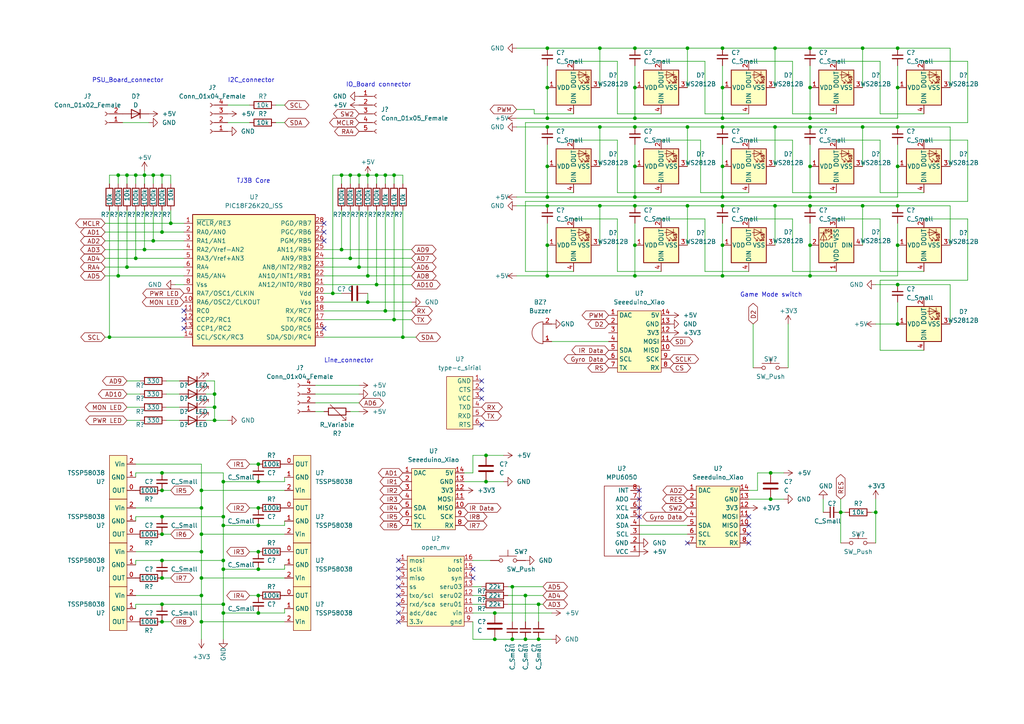
<source format=kicad_sch>
(kicad_sch (version 20211123) (generator eeschema)
  (paper "A4")
  (junction (at 260.35 25.4))
  (junction (at 260.35 93.98))
  (junction (at 184.15 25.4))
  (junction (at 148.59 170.18))
  (junction (at 62.23 118.11))
  (junction (at 58.42 172.72))
  (junction (at 260.35 13.97))
  (junction (at 209.55 80.01))
  (junction (at 158.75 59.69))
  (junction (at 64.77 165.1))
  (junction (at 143.51 185.42))
  (junction (at 58.42 180.34))
  (junction (at 106.68 87.63))
  (junction (at 114.3 92.71))
  (junction (at 184.15 71.12))
  (junction (at 74.93 165.1))
  (junction (at 260.35 71.12))
  (junction (at 46.99 137.16))
  (junction (at 39.37 50.8))
  (junction (at 148.59 185.42))
  (junction (at 234.95 48.26))
  (junction (at 74.93 160.02))
  (junction (at 184.15 13.97))
  (junction (at 224.79 13.97))
  (junction (at 158.75 57.15))
  (junction (at 158.75 48.26))
  (junction (at 74.93 134.62))
  (junction (at 111.76 90.17))
  (junction (at 158.75 36.83))
  (junction (at 44.45 50.8))
  (junction (at 234.95 57.15))
  (junction (at 39.37 74.93))
  (junction (at 234.95 71.12))
  (junction (at 184.15 57.15))
  (junction (at 260.35 82.55))
  (junction (at 234.95 34.29))
  (junction (at 31.75 97.79))
  (junction (at 184.15 36.83))
  (junction (at 64.77 162.56))
  (junction (at 152.4 172.72))
  (junction (at 224.79 59.69))
  (junction (at 58.42 160.02))
  (junction (at 184.15 48.26))
  (junction (at 34.29 80.01))
  (junction (at 36.83 50.8))
  (junction (at 99.06 50.8))
  (junction (at 173.99 59.69))
  (junction (at 109.22 50.8))
  (junction (at 111.76 50.8))
  (junction (at 184.15 80.01))
  (junction (at 234.95 36.83))
  (junction (at 209.55 36.83))
  (junction (at 209.55 57.15))
  (junction (at 74.93 147.32))
  (junction (at 114.3 50.8))
  (junction (at 234.95 25.4))
  (junction (at 224.79 36.83))
  (junction (at 46.99 142.24))
  (junction (at 64.77 139.7))
  (junction (at 44.45 69.85))
  (junction (at 250.19 59.69))
  (junction (at 173.99 13.97))
  (junction (at 99.06 72.39))
  (junction (at 158.75 34.29))
  (junction (at 184.15 34.29))
  (junction (at 260.35 59.69))
  (junction (at 209.55 13.97))
  (junction (at 199.39 36.83))
  (junction (at 156.21 185.42))
  (junction (at 46.99 167.64))
  (junction (at 209.55 34.29))
  (junction (at 140.97 139.7))
  (junction (at 64.77 177.8))
  (junction (at 96.52 85.09))
  (junction (at 209.55 48.26))
  (junction (at 64.77 175.26))
  (junction (at 74.93 139.7))
  (junction (at 101.6 74.93))
  (junction (at 46.99 149.86))
  (junction (at 58.42 142.24))
  (junction (at 209.55 25.4))
  (junction (at 74.93 172.72))
  (junction (at 234.95 80.01))
  (junction (at 223.52 137.16))
  (junction (at 46.99 180.34))
  (junction (at 156.21 175.26))
  (junction (at 64.77 149.86))
  (junction (at 46.99 50.8))
  (junction (at 158.75 13.97))
  (junction (at 41.91 50.8))
  (junction (at 106.68 80.01))
  (junction (at 199.39 13.97))
  (junction (at 62.23 114.3))
  (junction (at 250.19 13.97))
  (junction (at 254 148.59))
  (junction (at 46.99 154.94))
  (junction (at 209.55 59.69))
  (junction (at 234.95 13.97))
  (junction (at 173.99 36.83))
  (junction (at 116.84 97.79))
  (junction (at 46.99 162.56))
  (junction (at 243.84 148.59))
  (junction (at 58.42 147.32))
  (junction (at 158.75 80.01))
  (junction (at 36.83 77.47))
  (junction (at 74.93 152.4))
  (junction (at 209.55 71.12))
  (junction (at 104.14 50.8))
  (junction (at 62.23 121.92))
  (junction (at 143.51 177.8))
  (junction (at 223.52 144.78))
  (junction (at 106.68 50.8))
  (junction (at 34.29 50.8))
  (junction (at 158.75 25.4))
  (junction (at 46.99 175.26))
  (junction (at 49.53 64.77))
  (junction (at 260.35 48.26))
  (junction (at 46.99 67.31))
  (junction (at 250.19 36.83))
  (junction (at 199.39 59.69))
  (junction (at 104.14 77.47))
  (junction (at 158.75 71.12))
  (junction (at 234.95 59.69))
  (junction (at 109.22 82.55))
  (junction (at 260.35 36.83))
  (junction (at 152.4 185.42))
  (junction (at 58.42 154.94))
  (junction (at 41.91 72.39))
  (junction (at 64.77 152.4))
  (junction (at 184.15 59.69))
  (junction (at 58.42 167.64))
  (junction (at 74.93 177.8))
  (junction (at 101.6 50.8))
  (junction (at 140.97 132.08))
  (no_connect (at 115.57 177.8))
  (no_connect (at 115.57 172.72))
  (no_connect (at 53.34 90.17))
  (no_connect (at 93.98 67.31))
  (no_connect (at 199.39 157.48))
  (no_connect (at 115.57 180.34))
  (no_connect (at 217.17 154.94))
  (no_connect (at 115.57 162.56))
  (no_connect (at 115.57 167.64))
  (no_connect (at 93.98 64.77))
  (no_connect (at 185.42 147.32))
  (no_connect (at 217.17 157.48))
  (no_connect (at 185.42 142.24))
  (no_connect (at 139.7 123.19))
  (no_connect (at 137.16 167.64))
  (no_connect (at 217.17 152.4))
  (no_connect (at 53.34 95.25))
  (no_connect (at 139.7 115.57))
  (no_connect (at 139.7 110.49))
  (no_connect (at 115.57 165.1))
  (no_connect (at 93.98 69.85))
  (no_connect (at 185.42 144.78))
  (no_connect (at 115.57 175.26))
  (no_connect (at 139.7 113.03))
  (no_connect (at 115.57 170.18))
  (no_connect (at 137.16 165.1))
  (no_connect (at 53.34 92.71))
  (no_connect (at 185.42 149.86))
  (no_connect (at 217.17 149.86))
  (no_connect (at 93.98 95.25))
  (wire (pts (xy 224.79 13.97) (xy 234.95 13.97)))
  (wire (pts (xy 224.79 36.83) (xy 234.95 36.83)))
  (wire (pts (xy 41.91 49.53) (xy 41.91 50.8)))
  (wire (pts (xy 93.98 90.17) (xy 111.76 90.17)))
  (wire (pts (xy 252.73 148.59) (xy 254 148.59)))
  (wire (pts (xy 101.6 74.93) (xy 119.38 74.93)))
  (wire (pts (xy 209.55 57.15) (xy 234.95 57.15)))
  (wire (pts (xy 184.15 59.69) (xy 199.39 59.69)))
  (wire (pts (xy 250.19 59.69) (xy 250.19 71.12)))
  (wire (pts (xy 74.93 165.1) (xy 82.55 165.1)))
  (wire (pts (xy 234.95 64.77) (xy 234.95 71.12)))
  (wire (pts (xy 184.15 36.83) (xy 199.39 36.83)))
  (wire (pts (xy 116.84 97.79) (xy 120.65 97.79)))
  (wire (pts (xy 245.11 148.59) (xy 243.84 148.59)))
  (wire (pts (xy 158.75 48.26) (xy 158.75 57.15)))
  (wire (pts (xy 58.42 167.64) (xy 82.55 167.64)))
  (wire (pts (xy 139.7 170.18) (xy 137.16 170.18)))
  (wire (pts (xy 137.16 137.16) (xy 137.16 132.08)))
  (wire (pts (xy 223.52 137.16) (xy 227.33 137.16)))
  (wire (pts (xy 106.68 87.63) (xy 119.38 87.63)))
  (wire (pts (xy 49.53 180.34) (xy 46.99 180.34)))
  (wire (pts (xy 156.21 175.26) (xy 157.48 175.26)))
  (wire (pts (xy 111.76 60.96) (xy 111.76 90.17)))
  (wire (pts (xy 99.06 72.39) (xy 93.98 72.39)))
  (wire (pts (xy 114.3 50.8) (xy 116.84 50.8)))
  (wire (pts (xy 280.67 35.56) (xy 152.4 35.56)))
  (wire (pts (xy 64.77 149.86) (xy 64.77 152.4)))
  (wire (pts (xy 64.77 177.8) (xy 74.93 177.8)))
  (wire (pts (xy 234.95 59.69) (xy 250.19 59.69)))
  (wire (pts (xy 223.52 144.78) (xy 217.17 144.78)))
  (wire (pts (xy 255.27 81.28) (xy 255.27 101.6)))
  (wire (pts (xy 179.07 78.74) (xy 191.77 78.74)))
  (wire (pts (xy 219.71 142.24) (xy 219.71 137.16)))
  (wire (pts (xy 148.59 185.42) (xy 143.51 185.42)))
  (wire (pts (xy 275.59 59.69) (xy 275.59 71.12)))
  (wire (pts (xy 224.79 59.69) (xy 234.95 59.69)))
  (wire (pts (xy 80.01 30.48) (xy 82.55 30.48)))
  (wire (pts (xy 46.99 67.31) (xy 53.34 67.31)))
  (wire (pts (xy 152.4 172.72) (xy 157.48 172.72)))
  (wire (pts (xy 280.67 63.5) (xy 280.67 81.28)))
  (wire (pts (xy 229.87 40.64) (xy 229.87 55.88)))
  (wire (pts (xy 74.93 139.7) (xy 82.55 139.7)))
  (wire (pts (xy 267.97 40.64) (xy 280.67 40.64)))
  (wire (pts (xy 158.75 80.01) (xy 184.15 80.01)))
  (wire (pts (xy 139.7 172.72) (xy 137.16 172.72)))
  (wire (pts (xy 106.68 85.09) (xy 106.68 87.63)))
  (wire (pts (xy 173.99 59.69) (xy 184.15 59.69)))
  (wire (pts (xy 36.83 118.11) (xy 40.64 118.11)))
  (wire (pts (xy 62.23 110.49) (xy 59.69 110.49)))
  (wire (pts (xy 41.91 53.34) (xy 41.91 50.8)))
  (wire (pts (xy 41.91 50.8) (xy 44.45 50.8)))
  (wire (pts (xy 267.97 63.5) (xy 280.67 63.5)))
  (wire (pts (xy 280.67 58.42) (xy 152.4 58.42)))
  (wire (pts (xy 242.57 63.5) (xy 255.27 63.5)))
  (wire (pts (xy 44.45 50.8) (xy 44.45 53.34)))
  (wire (pts (xy 111.76 50.8) (xy 109.22 50.8)))
  (wire (pts (xy 204.47 17.78) (xy 204.47 33.02)))
  (wire (pts (xy 229.87 78.74) (xy 242.57 78.74)))
  (wire (pts (xy 44.45 69.85) (xy 53.34 69.85)))
  (wire (pts (xy 255.27 63.5) (xy 255.27 78.74)))
  (wire (pts (xy 242.57 17.78) (xy 255.27 17.78)))
  (wire (pts (xy 166.37 17.78) (xy 179.07 17.78)))
  (wire (pts (xy 99.06 50.8) (xy 101.6 50.8)))
  (wire (pts (xy 234.95 71.12) (xy 234.95 80.01)))
  (wire (pts (xy 191.77 63.5) (xy 204.47 63.5)))
  (wire (pts (xy 217.17 40.64) (xy 229.87 40.64)))
  (wire (pts (xy 114.3 92.71) (xy 119.38 92.71)))
  (wire (pts (xy 158.75 19.05) (xy 158.75 25.4)))
  (wire (pts (xy 30.48 97.79) (xy 31.75 97.79)))
  (wire (pts (xy 260.35 80.01) (xy 260.35 71.12)))
  (wire (pts (xy 49.53 154.94) (xy 46.99 154.94)))
  (wire (pts (xy 59.69 114.3) (xy 62.23 114.3)))
  (wire (pts (xy 260.35 59.69) (xy 275.59 59.69)))
  (wire (pts (xy 209.55 36.83) (xy 224.79 36.83)))
  (wire (pts (xy 49.53 142.24) (xy 46.99 142.24)))
  (wire (pts (xy 64.77 177.8) (xy 64.77 185.42)))
  (wire (pts (xy 255.27 17.78) (xy 255.27 33.02)))
  (wire (pts (xy 34.29 53.34) (xy 34.29 50.8)))
  (wire (pts (xy 30.48 67.31) (xy 46.99 67.31)))
  (wire (pts (xy 72.39 172.72) (xy 74.93 172.72)))
  (wire (pts (xy 148.59 170.18) (xy 148.59 180.34)))
  (wire (pts (xy 93.98 77.47) (xy 104.14 77.47)))
  (wire (pts (xy 50.8 82.55) (xy 53.34 82.55)))
  (wire (pts (xy 99.06 60.96) (xy 99.06 72.39)))
  (wire (pts (xy 250.19 13.97) (xy 250.19 25.4)))
  (wire (pts (xy 41.91 72.39) (xy 53.34 72.39)))
  (wire (pts (xy 156.21 185.42) (xy 152.4 185.42)))
  (wire (pts (xy 36.83 77.47) (xy 53.34 77.47)))
  (wire (pts (xy 184.15 25.4) (xy 184.15 34.29)))
  (wire (pts (xy 179.07 63.5) (xy 179.07 78.74)))
  (wire (pts (xy 227.33 144.78) (xy 223.52 144.78)))
  (wire (pts (xy 224.79 36.83) (xy 224.79 48.26)))
  (wire (pts (xy 184.15 13.97) (xy 199.39 13.97)))
  (wire (pts (xy 173.99 13.97) (xy 184.15 13.97)))
  (wire (pts (xy 64.77 162.56) (xy 64.77 165.1)))
  (wire (pts (xy 229.87 33.02) (xy 242.57 33.02)))
  (wire (pts (xy 58.42 167.64) (xy 58.42 172.72)))
  (wire (pts (xy 234.95 48.26) (xy 234.95 57.15)))
  (wire (pts (xy 134.62 137.16) (xy 137.16 137.16)))
  (wire (pts (xy 152.4 55.88) (xy 166.37 55.88)))
  (wire (pts (xy 101.6 60.96) (xy 101.6 74.93)))
  (wire (pts (xy 49.53 60.96) (xy 49.53 64.77)))
  (wire (pts (xy 149.86 31.75) (xy 154.94 31.75)))
  (wire (pts (xy 242.57 40.64) (xy 255.27 40.64)))
  (wire (pts (xy 255.27 55.88) (xy 267.97 55.88)))
  (wire (pts (xy 158.75 64.77) (xy 158.75 71.12)))
  (wire (pts (xy 30.48 72.39) (xy 41.91 72.39)))
  (wire (pts (xy 255.27 78.74) (xy 267.97 78.74)))
  (wire (pts (xy 254 93.98) (xy 260.35 93.98)))
  (wire (pts (xy 64.77 175.26) (xy 64.77 177.8)))
  (wire (pts (xy 64.77 165.1) (xy 74.93 165.1)))
  (wire (pts (xy 109.22 60.96) (xy 109.22 82.55)))
  (wire (pts (xy 39.37 163.83) (xy 39.37 162.56)))
  (wire (pts (xy 39.37 160.02) (xy 58.42 160.02)))
  (wire (pts (xy 99.06 72.39) (xy 119.38 72.39)))
  (wire (pts (xy 58.42 180.34) (xy 58.42 185.42)))
  (wire (pts (xy 199.39 59.69) (xy 209.55 59.69)))
  (wire (pts (xy 30.48 64.77) (xy 49.53 64.77)))
  (wire (pts (xy 48.26 121.92) (xy 52.07 121.92)))
  (wire (pts (xy 184.15 64.77) (xy 184.15 71.12)))
  (wire (pts (xy 34.29 60.96) (xy 34.29 80.01)))
  (wire (pts (xy 166.37 63.5) (xy 179.07 63.5)))
  (wire (pts (xy 72.39 147.32) (xy 74.93 147.32)))
  (wire (pts (xy 238.76 144.78) (xy 238.76 148.59)))
  (wire (pts (xy 96.52 50.8) (xy 99.06 50.8)))
  (wire (pts (xy 91.44 116.84) (xy 104.14 116.84)))
  (wire (pts (xy 36.83 121.92) (xy 40.64 121.92)))
  (wire (pts (xy 179.07 33.02) (xy 191.77 33.02)))
  (wire (pts (xy 30.48 69.85) (xy 44.45 69.85)))
  (wire (pts (xy 64.77 137.16) (xy 64.77 139.7)))
  (wire (pts (xy 39.37 60.96) (xy 39.37 74.93)))
  (wire (pts (xy 39.37 149.86) (xy 46.99 149.86)))
  (wire (pts (xy 93.98 87.63) (xy 106.68 87.63)))
  (wire (pts (xy 36.83 60.96) (xy 36.83 77.47)))
  (wire (pts (xy 31.75 50.8) (xy 34.29 50.8)))
  (wire (pts (xy 280.67 40.64) (xy 280.67 58.42)))
  (wire (pts (xy 137.16 132.08) (xy 140.97 132.08)))
  (wire (pts (xy 255.27 40.64) (xy 255.27 55.88)))
  (wire (pts (xy 39.37 172.72) (xy 58.42 172.72)))
  (wire (pts (xy 96.52 85.09) (xy 96.52 50.8)))
  (wire (pts (xy 147.32 175.26) (xy 156.21 175.26)))
  (wire (pts (xy 46.99 137.16) (xy 39.37 137.16)))
  (wire (pts (xy 184.15 57.15) (xy 209.55 57.15)))
  (wire (pts (xy 243.84 144.78) (xy 243.84 148.59)))
  (wire (pts (xy 173.99 59.69) (xy 173.99 71.12)))
  (wire (pts (xy 260.35 57.15) (xy 260.35 48.26)))
  (wire (pts (xy 267.97 17.78) (xy 280.67 17.78)))
  (wire (pts (xy 58.42 160.02) (xy 58.42 167.64)))
  (wire (pts (xy 106.68 60.96) (xy 106.68 80.01)))
  (wire (pts (xy 179.07 40.64) (xy 179.07 55.88)))
  (wire (pts (xy 218.44 93.98) (xy 218.44 106.68)))
  (wire (pts (xy 58.42 180.34) (xy 82.55 180.34)))
  (wire (pts (xy 139.7 175.26) (xy 137.16 175.26)))
  (wire (pts (xy 59.69 118.11) (xy 62.23 118.11)))
  (wire (pts (xy 104.14 50.8) (xy 106.68 50.8)))
  (wire (pts (xy 158.75 59.69) (xy 173.99 59.69)))
  (wire (pts (xy 228.6 93.98) (xy 228.6 106.68)))
  (wire (pts (xy 209.55 59.69) (xy 224.79 59.69)))
  (wire (pts (xy 46.99 60.96) (xy 46.99 67.31)))
  (wire (pts (xy 93.98 92.71) (xy 114.3 92.71)))
  (wire (pts (xy 82.55 151.13) (xy 82.55 152.4)))
  (wire (pts (xy 209.55 64.77) (xy 209.55 71.12)))
  (wire (pts (xy 254 144.78) (xy 254 148.59)))
  (wire (pts (xy 46.99 137.16) (xy 64.77 137.16)))
  (wire (pts (xy 93.98 80.01) (xy 106.68 80.01)))
  (wire (pts (xy 91.44 114.3) (xy 104.14 114.3)))
  (wire (pts (xy 199.39 13.97) (xy 209.55 13.97)))
  (wire (pts (xy 41.91 60.96) (xy 41.91 72.39)))
  (wire (pts (xy 111.76 90.17) (xy 119.38 90.17)))
  (wire (pts (xy 66.04 121.92) (xy 62.23 121.92)))
  (wire (pts (xy 224.79 59.69) (xy 224.79 71.12)))
  (wire (pts (xy 31.75 97.79) (xy 53.34 97.79)))
  (wire (pts (xy 64.77 152.4) (xy 64.77 162.56)))
  (wire (pts (xy 58.42 134.62) (xy 58.42 142.24)))
  (wire (pts (xy 229.87 55.88) (xy 242.57 55.88)))
  (wire (pts (xy 149.86 36.83) (xy 158.75 36.83)))
  (wire (pts (xy 152.4 172.72) (xy 152.4 180.34)))
  (wire (pts (xy 158.75 25.4) (xy 158.75 34.29)))
  (wire (pts (xy 254 82.55) (xy 260.35 82.55)))
  (wire (pts (xy 260.35 36.83) (xy 275.59 36.83)))
  (wire (pts (xy 173.99 36.83) (xy 173.99 48.26)))
  (wire (pts (xy 140.97 139.7) (xy 146.05 139.7)))
  (wire (pts (xy 44.45 50.8) (xy 46.99 50.8)))
  (wire (pts (xy 39.37 74.93) (xy 53.34 74.93)))
  (wire (pts (xy 219.71 137.16) (xy 223.52 137.16)))
  (wire (pts (xy 30.48 74.93) (xy 39.37 74.93)))
  (wire (pts (xy 101.6 50.8) (xy 101.6 53.34)))
  (wire (pts (xy 36.83 110.49) (xy 40.64 110.49)))
  (wire (pts (xy 152.4 185.42) (xy 148.59 185.42)))
  (wire (pts (xy 156.21 175.26) (xy 156.21 180.34)))
  (wire (pts (xy 39.37 176.53) (xy 39.37 175.26)))
  (wire (pts (xy 199.39 36.83) (xy 199.39 48.26)))
  (wire (pts (xy 184.15 34.29) (xy 209.55 34.29)))
  (wire (pts (xy 46.99 50.8) (xy 49.53 50.8)))
  (wire (pts (xy 39.37 151.13) (xy 39.37 149.86)))
  (wire (pts (xy 34.29 80.01) (xy 53.34 80.01)))
  (wire (pts (xy 275.59 82.55) (xy 275.59 93.98)))
  (wire (pts (xy 154.94 33.02) (xy 166.37 33.02)))
  (wire (pts (xy 184.15 48.26) (xy 184.15 57.15)))
  (wire (pts (xy 137.16 185.42) (xy 143.51 185.42)))
  (wire (pts (xy 160.02 177.8) (xy 143.51 177.8)))
  (wire (pts (xy 154.94 31.75) (xy 154.94 33.02)))
  (wire (pts (xy 149.86 59.69) (xy 158.75 59.69)))
  (wire (pts (xy 39.37 162.56) (xy 46.99 162.56)))
  (wire (pts (xy 229.87 17.78) (xy 229.87 33.02)))
  (wire (pts (xy 36.83 50.8) (xy 36.83 53.34)))
  (wire (pts (xy 72.39 134.62) (xy 74.93 134.62)))
  (wire (pts (xy 254 148.59) (xy 254 157.48)))
  (wire (pts (xy 275.59 36.83) (xy 275.59 48.26)))
  (wire (pts (xy 58.42 142.24) (xy 82.55 142.24)))
  (wire (pts (xy 109.22 50.8) (xy 109.22 53.34)))
  (wire (pts (xy 234.95 25.4) (xy 234.95 34.29)))
  (wire (pts (xy 64.77 139.7) (xy 64.77 149.86)))
  (wire (pts (xy 280.67 17.78) (xy 280.67 35.56)))
  (wire (pts (xy 158.75 34.29) (xy 184.15 34.29)))
  (wire (pts (xy 179.07 55.88) (xy 191.77 55.88)))
  (wire (pts (xy 152.4 35.56) (xy 152.4 55.88)))
  (wire (pts (xy 36.83 114.3) (xy 40.64 114.3)))
  (wire (pts (xy 114.3 60.96) (xy 114.3 92.71)))
  (wire (pts (xy 74.93 152.4) (xy 82.55 152.4)))
  (wire (pts (xy 106.68 50.8) (xy 106.68 53.34)))
  (wire (pts (xy 260.35 64.77) (xy 260.35 71.12)))
  (wire (pts (xy 158.75 13.97) (xy 173.99 13.97)))
  (wire (pts (xy 148.59 170.18) (xy 147.32 170.18)))
  (wire (pts (xy 234.95 80.01) (xy 260.35 80.01)))
  (wire (pts (xy 191.77 40.64) (xy 203.2 40.64)))
  (wire (pts (xy 62.23 114.3) (xy 62.23 110.49)))
  (wire (pts (xy 179.07 17.78) (xy 179.07 33.02)))
  (wire (pts (xy 243.84 148.59) (xy 243.84 157.48)))
  (wire (pts (xy 104.14 50.8) (xy 104.14 53.34)))
  (wire (pts (xy 49.53 50.8) (xy 49.53 53.34)))
  (wire (pts (xy 255.27 33.02) (xy 267.97 33.02)))
  (wire (pts (xy 260.35 41.91) (xy 260.35 48.26)))
  (wire (pts (xy 166.37 40.64) (xy 179.07 40.64)))
  (wire (pts (xy 39.37 175.26) (xy 46.99 175.26)))
  (wire (pts (xy 64.77 139.7) (xy 74.93 139.7)))
  (wire (pts (xy 142.24 162.56) (xy 137.16 162.56)))
  (wire (pts (xy 30.48 80.01) (xy 34.29 80.01)))
  (wire (pts (xy 275.59 13.97) (xy 260.35 13.97)))
  (wire (pts (xy 260.35 87.63) (xy 260.35 93.98)))
  (wire (pts (xy 46.99 175.26) (xy 64.77 175.26)))
  (wire (pts (xy 48.26 118.11) (xy 52.07 118.11)))
  (wire (pts (xy 234.95 41.91) (xy 234.95 48.26)))
  (wire (pts (xy 93.98 74.93) (xy 101.6 74.93)))
  (wire (pts (xy 116.84 50.8) (xy 116.84 53.34)))
  (wire (pts (xy 160.02 99.06) (xy 176.53 99.06)))
  (wire (pts (xy 82.55 177.8) (xy 74.93 177.8)))
  (wire (pts (xy 173.99 13.97) (xy 173.99 25.4)))
  (wire (pts (xy 250.19 36.83) (xy 250.19 48.26)))
  (wire (pts (xy 250.19 59.69) (xy 260.35 59.69)))
  (wire (pts (xy 250.19 36.83) (xy 260.35 36.83)))
  (wire (pts (xy 250.19 13.97) (xy 260.35 13.97)))
  (wire (pts (xy 209.55 19.05) (xy 209.55 25.4)))
  (wire (pts (xy 72.39 160.02) (xy 74.93 160.02)))
  (wire (pts (xy 203.2 55.88) (xy 217.17 55.88)))
  (wire (pts (xy 66.04 35.56) (xy 72.39 35.56)))
  (wire (pts (xy 58.42 142.24) (xy 58.42 147.32)))
  (wire (pts (xy 46.99 149.86) (xy 64.77 149.86)))
  (wire (pts (xy 158.75 71.12) (xy 158.75 80.01)))
  (wire (pts (xy 137.16 177.8) (xy 143.51 177.8)))
  (wire (pts (xy 199.39 59.69) (xy 199.39 71.12)))
  (wire (pts (xy 209.55 80.01) (xy 234.95 80.01)))
  (wire (pts (xy 111.76 50.8) (xy 114.3 50.8)))
  (wire (pts (xy 93.98 85.09) (xy 96.52 85.09)))
  (wire (pts (xy 204.47 63.5) (xy 204.47 78.74)))
  (wire (pts (xy 93.98 97.79) (xy 116.84 97.79)))
  (wire (pts (xy 91.44 119.38) (xy 93.98 119.38)))
  (wire (pts (xy 185.42 154.94) (xy 199.39 154.94)))
  (wire (pts (xy 62.23 118.11) (xy 62.23 114.3)))
  (wire (pts (xy 66.04 30.48) (xy 72.39 30.48)))
  (wire (pts (xy 184.15 41.91) (xy 184.15 48.26)))
  (wire (pts (xy 157.48 170.18) (xy 148.59 170.18)))
  (wire (pts (xy 48.26 110.49) (xy 52.07 110.49)))
  (wire (pts (xy 158.75 36.83) (xy 173.99 36.83)))
  (wire (pts (xy 209.55 41.91) (xy 209.55 48.26)))
  (wire (pts (xy 44.45 60.96) (xy 44.45 69.85)))
  (wire (pts (xy 147.32 172.72) (xy 152.4 172.72)))
  (wire (pts (xy 39.37 50.8) (xy 39.37 53.34)))
  (wire (pts (xy 185.42 152.4) (xy 199.39 152.4)))
  (wire (pts (xy 39.37 134.62) (xy 58.42 134.62)))
  (wire (pts (xy 255.27 101.6) (xy 267.97 101.6)))
  (wire (pts (xy 30.48 77.47) (xy 36.83 77.47)))
  (wire (pts (xy 31.75 60.96) (xy 31.75 97.79)))
  (wire (pts (xy 34.29 50.8) (xy 36.83 50.8)))
  (wire (pts (xy 36.83 50.8) (xy 39.37 50.8)))
  (wire (pts (xy 99.06 53.34) (xy 99.06 50.8)))
  (wire (pts (xy 204.47 33.02) (xy 217.17 33.02)))
  (wire (pts (xy 104.14 77.47) (xy 119.38 77.47)))
  (wire (pts (xy 96.52 85.09) (xy 99.06 85.09)))
  (wire (pts (xy 140.97 132.08) (xy 146.05 132.08)))
  (wire (pts (xy 106.68 50.8) (xy 109.22 50.8)))
  (wire (pts (xy 80.01 35.56) (xy 82.55 35.56)))
  (wire (pts (xy 62.23 121.92) (xy 62.23 118.11)))
  (wire (pts (xy 64.77 152.4) (xy 74.93 152.4)))
  (wire (pts (xy 31.75 53.34) (xy 31.75 50.8)))
  (wire (pts (xy 260.35 34.29) (xy 260.35 25.4)))
  (wire (pts (xy 152.4 58.42) (xy 152.4 78.74)))
  (wire (pts (xy 158.75 41.91) (xy 158.75 48.26)))
  (wire (pts (xy 184.15 80.01) (xy 209.55 80.01)))
  (wire (pts (xy 82.55 176.53) (xy 82.55 177.8)))
  (wire (pts (xy 46.99 50.8) (xy 46.99 53.34)))
  (wire (pts (xy 111.76 53.34) (xy 111.76 50.8)))
  (wire (pts (xy 58.42 154.94) (xy 58.42 160.02)))
  (wire (pts (xy 101.6 119.38) (xy 104.14 119.38)))
  (wire (pts (xy 104.14 60.96) (xy 104.14 77.47)))
  (wire (pts (xy 49.53 64.77) (xy 53.34 64.77)))
  (wire (pts (xy 260.35 19.05) (xy 260.35 25.4)))
  (wire (pts (xy 209.55 71.12) (xy 209.55 80.01)))
  (wire (pts (xy 209.55 25.4) (xy 209.55 34.29)))
  (wire (pts (xy 199.39 36.83) (xy 209.55 36.83)))
  (wire (pts (xy 82.55 165.1) (xy 82.55 163.83)))
  (wire (pts (xy 234.95 34.29) (xy 260.35 34.29)))
  (wire (pts (xy 160.02 185.42) (xy 156.21 185.42)))
  (wire (pts (xy 59.69 121.92) (xy 62.23 121.92)))
  (wire (pts (xy 116.84 60.96) (xy 116.84 97.79)))
  (wire (pts (xy 280.67 81.28) (xy 255.27 81.28)))
  (wire (pts (xy 209.55 13.97) (xy 224.79 13.97)))
  (wire (pts (xy 149.86 57.15) (xy 158.75 57.15)))
  (wire (pts (xy 204.47 78.74) (xy 217.17 78.74)))
  (wire (pts (xy 275.59 25.4) (xy 275.59 13.97)))
  (wire (pts (xy 217.17 63.5) (xy 229.87 63.5)))
  (wire (pts (xy 217.17 17.78) (xy 229.87 17.78)))
  (wire (pts (xy 39.37 137.16) (xy 39.37 138.43)))
  (wire (pts (xy 217.17 142.24) (xy 219.71 142.24)))
  (wire (pts (xy 82.55 139.7) (xy 82.55 138.43)))
  (wire (pts (xy 234.95 36.83) (xy 250.19 36.83)))
  (wire (pts (xy 234.95 19.05) (xy 234.95 25.4)))
  (wire (pts (xy 224.79 13.97) (xy 224.79 25.4)))
  (wire (pts (xy 149.86 34.29) (xy 158.75 34.29)))
  (wire (pts (xy 191.77 17.78) (xy 204.47 17.78)))
  (wire (pts (xy 109.22 82.55) (xy 119.38 82.55)))
  (wire (pts (xy 234.95 57.15) (xy 260.35 57.15)))
  (wire (pts (xy 152.4 78.74) (xy 166.37 78.74)))
  (wire (pts (xy 39.37 50.8) (xy 41.91 50.8)))
  (wire (pts (xy 184.15 71.12) (xy 184.15 80.01)))
  (wire (pts (xy 64.77 165.1) (xy 64.77 175.26)))
  (wire (pts (xy 101.6 50.8) (xy 104.14 50.8)))
  (wire (pts (xy 93.98 82.55) (xy 109.22 82.55)))
  (wire (pts (xy 91.44 111.76) (xy 104.14 111.76)))
  (wire (pts (xy 58.42 154.94) (xy 82.55 154.94)))
  (wire (pts (xy 39.37 147.32) (xy 58.42 147.32)))
  (wire (pts (xy 203.2 40.64) (xy 203.2 55.88)))
  (wire (pts (xy 35.56 35.56) (xy 43.18 35.56)))
  (wire (pts (xy 173.99 36.83) (xy 184.15 36.83)))
  (wire (pts (xy 58.42 147.32) (xy 58.42 154.94)))
  (wire (pts (xy 199.39 13.97) (xy 199.39 25.4)))
  (wire (pts (xy 114.3 50.8) (xy 114.3 53.34)))
  (wire (pts (xy 48.26 114.3) (xy 52.07 114.3)))
  (wire (pts (xy 149.86 13.97) (xy 158.75 13.97)))
  (wire (pts (xy 49.53 167.64) (xy 46.99 167.64)))
  (wire (pts (xy 229.87 63.5) (xy 229.87 78.74)))
  (wire (pts (xy 134.62 139.7) (xy 140.97 139.7)))
  (wire (pts (xy 46.99 162.56) (xy 64.77 162.56)))
  (wire (pts (xy 149.86 80.01) (xy 158.75 80.01)))
  (wire (pts (xy 106.68 80.01) (xy 119.38 80.01)))
  (wire (pts (xy 234.95 13.97) (xy 250.19 13.97)))
  (wire (pts (xy 158.75 57.15) (xy 184.15 57.15)))
  (wire (pts (xy 260.35 82.55) (xy 275.59 82.55)))
  (wire (pts (xy 58.42 172.72) (xy 58.42 180.34)))
  (wire (pts (xy 184.15 19.05) (xy 184.15 25.4)))
  (wire (pts (xy 137.16 180.34) (xy 137.16 185.42)))
  (wire (pts (xy 209.55 48.26) (xy 209.55 57.15)))
  (wire (pts (xy 209.55 34.29) (xy 234.95 34.29)))
  (text "Line_connector" (at 93.98 105.41 0) (effects (font (size 1.27 1.27)) (justify left bottom)))
  (text "IO_Board connector" (at 100.33 25.4 0) (effects (font (size 1.27 1.27)) (justify left bottom)))
  (text "TJ3B Core" (at 68.58 53.34 0) (effects (font (size 1.27 1.27)) (justify left bottom)))
  (text "I2C_connector" (at 66.04 24.13 0) (effects (font (size 1.27 1.27)) (justify left bottom)))
  (text "Game Mode switch" (at 214.63 86.36 0) (effects (font (size 1.27 1.27)) (justify left bottom)))
  (text "PSU_Board_connector" (at 26.67 24.13 0) (effects (font (size 1.27 1.27)) (justify left bottom)))
  (global_label "AD1" (shape bidirectional) (at 116.84 137.16 180) (property "Intersheet References" "${INTERSHEET_REFS}" (effects hide)))
  (global_label "PWM" (shape bidirectional) (at 149.86 31.75 180) (property "Intersheet References" "${INTERSHEET_REFS}" (effects hide)))
  (global_label "MON LED" (shape bidirectional) (at 36.83 118.11 180) (property "Intersheet References" "${INTERSHEET_REFS}" (effects hide)))
  (global_label "SDI" (shape bidirectional) (at 194.31 99.06 0) (property "Intersheet References" "${INTERSHEET_REFS}" (effects hide)))
  (global_label "SW2" (shape bidirectional) (at 104.14 33.02 180) (property "Intersheet References" "${INTERSHEET_REFS}" (effects hide)))
  (global_label "AD4" (shape bidirectional) (at 157.48 172.72 0) (property "Intersheet References" "${INTERSHEET_REFS}" (effects hide)))
  (global_label "AD5" (shape bidirectional) (at 157.48 170.18 0) (property "Intersheet References" "${INTERSHEET_REFS}" (effects hide)))
  (global_label "SDA" (shape bidirectional) (at 82.55 35.56 0) (property "Intersheet References" "${INTERSHEET_REFS}" (effects hide)))
  (global_label "RX" (shape bidirectional) (at 139.7 118.11 0) (property "Intersheet References" "${INTERSHEET_REFS}" (effects hide)))
  (global_label "IR Data" (shape bidirectional) (at 134.62 147.32 0) (property "Intersheet References" "${INTERSHEET_REFS}" (effects hide)))
  (global_label "CS" (shape bidirectional) (at 194.31 106.68 0) (property "Intersheet References" "${INTERSHEET_REFS}" (effects hide)))
  (global_label "IR2" (shape bidirectional) (at 72.39 147.32 180) (property "Intersheet References" "${INTERSHEET_REFS}" (effects hide)))
  (global_label "IR6" (shape bidirectional) (at 116.84 152.4 180) (property "Intersheet References" "${INTERSHEET_REFS}" (effects hide)))
  (global_label "AD9" (shape bidirectional) (at 119.38 72.39 0) (property "Intersheet References" "${INTERSHEET_REFS}" (effects hide)))
  (global_label "AD2" (shape bidirectional) (at 30.48 69.85 180) (property "Intersheet References" "${INTERSHEET_REFS}" (effects hide)))
  (global_label "RA4" (shape bidirectional) (at 104.14 38.1 180) (property "Intersheet References" "${INTERSHEET_REFS}" (effects hide)))
  (global_label "IR Data" (shape bidirectional) (at 176.53 101.6 180) (property "Intersheet References" "${INTERSHEET_REFS}" (effects hide)))
  (global_label "D2" (shape bidirectional) (at 176.53 93.98 180) (property "Intersheet References" "${INTERSHEET_REFS}" (effects hide)))
  (global_label "SCL" (shape bidirectional) (at 82.55 30.48 0) (property "Intersheet References" "${INTERSHEET_REFS}" (effects hide)))
  (global_label "SDA" (shape bidirectional) (at 120.65 97.79 0) (property "Intersheet References" "${INTERSHEET_REFS}" (effects hide)))
  (global_label "AD10" (shape bidirectional) (at 36.83 114.3 180) (property "Intersheet References" "${INTERSHEET_REFS}" (effects hide)))
  (global_label "IR3" (shape bidirectional) (at 116.84 144.78 180) (property "Intersheet References" "${INTERSHEET_REFS}" (effects hide)))
  (global_label "PWR LED" (shape bidirectional) (at 53.34 85.09 180) (property "Intersheet References" "${INTERSHEET_REFS}" (effects hide)))
  (global_label "SCL" (shape bidirectional) (at 30.48 97.79 180) (property "Intersheet References" "${INTERSHEET_REFS}" (effects hide)))
  (global_label "AD1" (shape bidirectional) (at 30.48 67.31 180) (property "Intersheet References" "${INTERSHEET_REFS}" (effects hide)))
  (global_label "AD4" (shape bidirectional) (at 30.48 74.93 180) (property "Intersheet References" "${INTERSHEET_REFS}" (effects hide)))
  (global_label "AD9" (shape bidirectional) (at 36.83 110.49 180) (property "Intersheet References" "${INTERSHEET_REFS}" (effects hide)))
  (global_label "MCLR" (shape bidirectional) (at 30.48 64.77 180) (property "Intersheet References" "${INTERSHEET_REFS}" (effects hide)))
  (global_label "IR8" (shape bidirectional) (at 49.53 180.34 0) (property "Intersheet References" "${INTERSHEET_REFS}" (effects hide)))
  (global_label "SW2" (shape bidirectional) (at 199.39 147.32 180) (property "Intersheet References" "${INTERSHEET_REFS}" (effects hide)))
  (global_label "RX" (shape bidirectional) (at 119.38 90.17 0) (property "Intersheet References" "${INTERSHEET_REFS}" (effects hide)))
  (global_label "Gyro Data" (shape bidirectional) (at 176.53 104.14 180) (property "Intersheet References" "${INTERSHEET_REFS}" (effects hide)))
  (global_label "D2" (shape bidirectional) (at 218.44 93.98 90) (property "Intersheet References" "${INTERSHEET_REFS}" (effects hide)))
  (global_label "AD3" (shape bidirectional) (at 157.48 175.26 0) (property "Intersheet References" "${INTERSHEET_REFS}" (effects hide)))
  (global_label "AD8" (shape bidirectional) (at 119.38 80.01 0) (property "Intersheet References" "${INTERSHEET_REFS}" (effects hide)))
  (global_label "RES" (shape bidirectional) (at 199.39 144.78 180) (property "Intersheet References" "${INTERSHEET_REFS}" (effects hide)))
  (global_label "PWM" (shape bidirectional) (at 176.53 91.44 180) (property "Intersheet References" "${INTERSHEET_REFS}" (effects hide)))
  (global_label "IR1" (shape bidirectional) (at 116.84 139.7 180) (property "Intersheet References" "${INTERSHEET_REFS}" (effects hide)))
  (global_label "IR1" (shape bidirectional) (at 72.39 134.62 180) (property "Intersheet References" "${INTERSHEET_REFS}" (effects hide)))
  (global_label "IR5" (shape bidirectional) (at 49.53 142.24 0) (property "Intersheet References" "${INTERSHEET_REFS}" (effects hide)))
  (global_label "IR5" (shape bidirectional) (at 116.84 149.86 180) (property "Intersheet References" "${INTERSHEET_REFS}" (effects hide)))
  (global_label "RS" (shape bidirectional) (at 176.53 106.68 180) (property "Intersheet References" "${INTERSHEET_REFS}" (effects hide)))
  (global_label "PWR LED" (shape bidirectional) (at 36.83 121.92 180) (property "Intersheet References" "${INTERSHEET_REFS}" (effects hide)))
  (global_label "IR6" (shape bidirectional) (at 49.53 154.94 0) (property "Intersheet References" "${INTERSHEET_REFS}" (effects hide)))
  (global_label "Gyro Data" (shape bidirectional) (at 199.39 149.86 180) (property "Intersheet References" "${INTERSHEET_REFS}" (effects hide)))
  (global_label "AD3" (shape bidirectional) (at 30.48 72.39 180) (property "Intersheet References" "${INTERSHEET_REFS}" (effects hide)))
  (global_label "IR2" (shape bidirectional) (at 116.84 142.24 180) (property "Intersheet References" "${INTERSHEET_REFS}" (effects hide)))
  (global_label "IR7" (shape bidirectional) (at 134.62 152.4 0) (property "Intersheet References" "${INTERSHEET_REFS}" (effects hide)))
  (global_label "IR4" (shape bidirectional) (at 116.84 147.32 180) (property "Intersheet References" "${INTERSHEET_REFS}" (effects hide)))
  (global_label "IR8" (shape bidirectional) (at 134.62 149.86 0) (property "Intersheet References" "${INTERSHEET_REFS}" (effects hide)))
  (global_label "IR7" (shape bidirectional) (at 49.53 167.64 0) (property "Intersheet References" "${INTERSHEET_REFS}" (effects hide)))
  (global_label "AD5" (shape bidirectional) (at 30.48 80.01 180) (property "Intersheet References" "${INTERSHEET_REFS}" (effects hide)))
  (global_label "AD6" (shape bidirectional) (at 104.14 116.84 0) (property "Intersheet References" "${INTERSHEET_REFS}" (effects hide)))
  (global_label "AD2" (shape bidirectional) (at 199.39 142.24 180) (property "Intersheet References" "${INTERSHEET_REFS}" (effects hide)))
  (global_label "AD10" (shape bidirectional) (at 119.38 82.55 0) (property "Intersheet References" "${INTERSHEET_REFS}" (effects hide)))
  (global_label "AD6" (shape bidirectional) (at 119.38 77.47 0) (property "Intersheet References" "${INTERSHEET_REFS}" (effects hide)))
  (global_label "AD7" (shape bidirectional) (at 119.38 74.93 0) (property "Intersheet References" "${INTERSHEET_REFS}" (effects hide)))
  (global_label "MCLR" (shape bidirectional) (at 104.14 35.56 180) (property "Intersheet References" "${INTERSHEET_REFS}" (effects hide)))
  (global_label "SCLK" (shape bidirectional) (at 194.31 104.14 0) (property "Intersheet References" "${INTERSHEET_REFS}" (effects hide)))
  (global_label "RES" (shape bidirectional) (at 243.84 144.78 90) (property "Intersheet References" "${INTERSHEET_REFS}" (effects hide)))
  (global_label "TX" (shape bidirectional) (at 139.7 120.65 0) (property "Intersheet References" "${INTERSHEET_REFS}" (effects hide)))
  (global_label "MON LED" (shape bidirectional) (at 53.34 87.63 180) (property "Intersheet References" "${INTERSHEET_REFS}" (effects hide)))
  (global_label "RA4" (shape bidirectional) (at 30.48 77.47 180) (property "Intersheet References" "${INTERSHEET_REFS}" (effects hide)))
  (global_label "IR4" (shape bidirectional) (at 72.39 172.72 180) (property "Intersheet References" "${INTERSHEET_REFS}" (effects hide)))
  (global_label "TX" (shape bidirectional) (at 119.38 92.71 0) (property "Intersheet References" "${INTERSHEET_REFS}" (effects hide)))
  (global_label "IR3" (shape bidirectional) (at 72.39 160.02 180) (property "Intersheet References" "${INTERSHEET_REFS}" (effects hide)))
  (symbol (lib_name "TSSP58038_7") (lib_id "ir_sensor:TSSP58038") (at 36.83 163.83 90) (unit 1)
    (property "Reference" "U?" (at 30.48 165.1001 90) (effects (justify left)))
    (property "Value" "TSSP58038" (at 30.48 162.5601 90) (effects (justify left)))
    (property "Footprint" "Lib:TSSP58038_IR" (effects hide))
  )
  (symbol (lib_id "power:+3.3V") (at 254 144.78 0) (unit 1)
    (property "Reference" "#PWR?" (effects hide))
    (property "Value" "+3.3V" (at 251.46 140.97 0) (effects (justify left)))
  )
  (symbol (lib_id "power:GND") (at 119.38 87.63 90) (unit 1)
    (property "Reference" "#PWR?" (effects hide))
    (property "Value" "GND" (at 123.19 87.6299 90) (effects (justify right)))
  )
  (symbol (lib_id "Device:C_Small") (at 158.75 62.23 0) (unit 1)
    (property "Reference" "C?" (at 161.29 60.9662 0) (effects (justify left)))
    (property "Value" "C_Small" (at 161.29 63.5062 0) (effects (justify left)))
  )
  (symbol (lib_id "power:+5V") (at 185.42 160.02 270) (unit 1)
    (property "Reference" "#PWR?" (effects hide))
    (property "Value" "+5V" (at 189.23 160.0199 90) (effects (justify left)))
  )
  (symbol (lib_id "Device:Buzzer") (at 157.48 96.52 180) (unit 1)
    (property "Reference" "BZ?" (at 156.718 87.63 0))
    (property "Value" "Buzzer" (at 156.718 90.17 0))
  )
  (symbol (lib_id "Device:C_Small") (at 260.35 39.37 0) (unit 1)
    (property "Reference" "C?" (at 262.89 38.1062 0) (effects (justify left)))
    (property "Value" "C_Small" (at 262.89 40.6462 0) (effects (justify left)))
  )
  (symbol (lib_id "Device:C") (at 223.52 140.97 0) (unit 1)
    (property "Reference" "C?" (at 227.33 139.6999 0) (effects (justify left)))
    (property "Value" "C" (at 227.33 142.2399 0) (effects (justify left)))
    (property "Footprint" "Capacitor_THT:CP_Radial_D5.0mm_P2.50mm" (effects hide))
  )
  (symbol (lib_id "Device:C_Small") (at 209.55 62.23 0) (unit 1)
    (property "Reference" "C?" (at 212.09 60.9662 0) (effects (justify left)))
    (property "Value" "C_Small" (at 212.09 63.5062 0) (effects (justify left)))
  )
  (symbol (lib_id "Device:C_Small") (at 74.93 137.16 0) (unit 1)
    (property "Reference" "C?" (at 77.47 137.16 0) (effects (justify left)))
    (property "Value" "C_Small" (at 65.987 138.43 0) (effects (justify left)))
    (property "Footprint" "Capacitor_THT:C_Disc_D3.8mm_W2.6mm_P2.50mm" (effects hide))
  )
  (symbol (lib_id "LED:WS2812B") (at 242.57 25.4 90) (unit 1)
    (property "Reference" "D?" (at 254 21.8186 90))
    (property "Value" "WS2812B" (at 254 24.3586 90))
    (property "Footprint" "LED_SMD:LED_WS2812B_PLCC4_5.0x5.0mm_P3.2mm" (effects hide))
    (property "Datasheet" "https://cdn-shop.adafruit.com/datasheets/WS2812B.pdf" (effects hide))
  )
  (symbol (lib_id "LED:WS2812B") (at 267.97 93.98 90) (unit 1)
    (property "Reference" "D?" (at 279.4 90.3986 90))
    (property "Value" "WS2812B" (at 279.4 92.9386 90))
    (property "Footprint" "LED_SMD:LED_WS2812B_PLCC4_5.0x5.0mm_P3.2mm" (effects hide))
    (property "Datasheet" "https://cdn-shop.adafruit.com/datasheets/WS2812B.pdf" (effects hide))
  )
  (symbol (lib_id "LED:WS2812B") (at 267.97 25.4 90) (unit 1)
    (property "Reference" "D?" (at 279.4 21.8186 90))
    (property "Value" "WS2812B" (at 279.4 24.3586 90))
    (property "Footprint" "LED_SMD:LED_WS2812B_PLCC4_5.0x5.0mm_P3.2mm" (effects hide))
    (property "Datasheet" "https://cdn-shop.adafruit.com/datasheets/WS2812B.pdf" (effects hide))
  )
  (symbol (lib_id "Device:C_Small") (at 184.15 39.37 0) (unit 1)
    (property "Reference" "C?" (at 186.69 38.1062 0) (effects (justify left)))
    (property "Value" "C_Small" (at 186.69 40.6462 0) (effects (justify left)))
  )
  (symbol (lib_id "power:GND") (at 254 82.55 270) (unit 1)
    (property "Reference" "#PWR?" (effects hide))
    (property "Value" "GND" (at 246.38 82.55 90) (effects (justify left)))
  )
  (symbol (lib_id "seeeduino_xiao:Seeeduino_Xiao") (at 125.73 143.51 0) (unit 1)
    (property "Reference" "U?" (at 125.73 130.81 0))
    (property "Value" "Seeeduino_Xiao" (at 125.73 133.35 0))
    (property "Footprint" "Lib:seeeduinoXIAO" (effects hide))
  )
  (symbol (lib_id "Connector:Conn_01x04_Female") (at 86.36 116.84 180) (unit 1)
    (property "Reference" "J?" (at 86.995 106.68 0))
    (property "Value" "Conn_01x04_Female" (at 86.995 109.22 0))
    (property "Footprint" "Connector_JST:JST_XH_B4B-XH-A_1x04_P2.50mm_Vertical" (effects hide))
  )
  (symbol (lib_id "mpu6050:MPU6050") (at 173.99 151.13 90) (unit 1)
    (property "Reference" "U?" (at 180.34 135.89 90))
    (property "Value" "MPU6050" (at 180.34 138.43 90))
    (property "Footprint" "Lib:MPU6050" (effects hide))
  )
  (symbol (lib_id "Device:R") (at 44.45 114.3 90) (unit 1)
    (property "Reference" "R?" (at 40.64 115.57 90))
    (property "Value" "330" (at 44.45 114.3 90))
    (property "Footprint" "Resistor_THT:R_Axial_DIN0204_L3.6mm_D1.6mm_P5.08mm_Horizontal" (effects hide))
  )
  (symbol (lib_id "power:GND") (at 194.31 93.98 90) (unit 1)
    (property "Reference" "#PWR?" (effects hide))
    (property "Value" "GND" (at 198.12 93.9799 90) (effects (justify right)))
  )
  (symbol (lib_id "seeeduino_xiao:Seeeduino_Xiao") (at 208.28 148.59 0) (unit 1)
    (property "Reference" "U?" (at 208.28 135.89 0))
    (property "Value" "Seeeduino_Xiao" (at 208.28 138.43 0))
    (property "Footprint" "Lib:seeeduinoXIAO" (effects hide))
  )
  (symbol (lib_id "Switch:SW_Push") (at 223.52 106.68 0) (unit 1)
    (property "Reference" "SW?" (at 223.52 104.14 0))
    (property "Value" "SW_Push" (at 223.52 109.22 0))
    (property "Footprint" "Button_Switch_THT:SW_PUSH_6mm_H5mm" (effects hide))
  )
  (symbol (lib_id "type-c_sirial:type-c_sirial") (at 127 116.84 90) (unit 1)
    (property "Reference" "U?" (at 133.35 104.14 90))
    (property "Value" "type-c_sirial" (at 133.35 106.68 90))
    (property "Footprint" "Lib:Type-C_Sirial_Board" (effects hide))
  )
  (symbol (lib_id "Device:C_Small") (at 158.75 39.37 0) (unit 1)
    (property "Reference" "C?" (at 161.29 38.1062 0) (effects (justify left)))
    (property "Value" "C_Small" (at 161.29 40.6462 0) (effects (justify left)))
  )
  (symbol (lib_id "power:GND") (at 152.4 162.56 90) (unit 1)
    (property "Reference" "#PWR?" (effects hide))
    (property "Value" "GND" (at 156.21 162.5599 90) (effects (justify right)))
  )
  (symbol (lib_id "power:+3.3V") (at 134.62 142.24 270) (unit 1)
    (property "Reference" "#PWR?" (effects hide))
    (property "Value" "+3.3V" (at 138.43 142.2399 90) (effects (justify left)))
  )
  (symbol (lib_id "Device:C_Small") (at 209.55 16.51 0) (unit 1)
    (property "Reference" "C?" (at 212.09 15.2462 0) (effects (justify left)))
    (property "Value" "C_Small" (at 212.09 17.7862 0) (effects (justify left)))
  )
  (symbol (lib_id "Device:C_Small") (at 234.95 62.23 0) (unit 1)
    (property "Reference" "C?" (at 237.49 60.9662 0) (effects (justify left)))
    (property "Value" "C_Small" (at 237.49 63.5062 0) (effects (justify left)))
  )
  (symbol (lib_id "power:+5V") (at 160.02 177.8 270) (unit 1)
    (property "Reference" "#PWR?" (effects hide))
    (property "Value" "+5V" (at 163.83 177.7999 90) (effects (justify left)))
  )
  (symbol (lib_id "Device:C") (at 102.87 85.09 90) (unit 1)
    (property "Reference" "C?" (at 99.06 83.82 90))
    (property "Value" "C" (at 101.6 83.82 90))
    (property "Footprint" "Capacitor_THT:CP_Radial_D5.0mm_P2.50mm" (effects hide))
  )
  (symbol (lib_id "power:GND") (at 64.77 185.42 0) (unit 1)
    (property "Reference" "#PWR?" (effects hide))
    (property "Value" "GND" (at 64.77 191.77 90) (effects (justify left)))
  )
  (symbol (lib_id "power:+3.3V") (at 228.6 93.98 0) (unit 1)
    (property "Reference" "#PWR?" (effects hide))
    (property "Value" "+3.3V" (at 226.06 90.17 0) (effects (justify left)))
  )
  (symbol (lib_id "Device:R") (at 46.99 57.15 0) (unit 1)
    (property "Reference" "R?" (at 44.45 62.23 0) (effects (justify left)))
    (property "Value" "100k" (at 46.99 59.69 90) (effects (justify left)))
    (property "Footprint" "Resistor_THT:R_Axial_DIN0204_L3.6mm_D1.6mm_P5.08mm_Horizontal" (effects hide))
  )
  (symbol (lib_id "Device:R") (at 43.18 180.34 90) (unit 1)
    (property "Reference" "R?" (at 43.18 182.88 90))
    (property "Value" "100k" (at 43.18 180.34 90))
    (property "Footprint" "Resistor_THT:R_Axial_DIN0204_L3.6mm_D1.6mm_P5.08mm_Horizontal" (effects hide))
  )
  (symbol (lib_id "Device:R") (at 106.68 57.15 0) (unit 1)
    (property "Reference" "R?" (at 104.14 62.23 0) (effects (justify left)))
    (property "Value" "100k" (at 106.68 59.69 90) (effects (justify left)))
    (property "Footprint" "Resistor_THT:R_Axial_DIN0204_L3.6mm_D1.6mm_P5.08mm_Horizontal" (effects hide))
  )
  (symbol (lib_id "Device:R") (at 44.45 118.11 90) (unit 1)
    (property "Reference" "R?" (at 40.64 119.38 90))
    (property "Value" "330" (at 44.45 118.11 90))
    (property "Footprint" "Resistor_THT:R_Axial_DIN0204_L3.6mm_D1.6mm_P5.08mm_Horizontal" (effects hide))
  )
  (symbol (lib_id "Connector:Conn_01x04_Female") (at 60.96 35.56 180) (unit 1)
    (property "Reference" "J?" (at 61.595 25.4 0))
    (property "Value" "Conn_01x04_Female" (at 61.595 27.94 0))
    (property "Footprint" "Connector_JST:JST_XH_B4B-XH-A_1x04_P2.50mm_Vertical" (effects hide))
  )
  (symbol (lib_id "Device:C_Small") (at 241.3 148.59 90) (unit 1)
    (property "Reference" "C?" (at 241.3 146.05 90))
    (property "Value" "C_Small" (at 240.03 151.13 90))
    (property "Footprint" "Capacitor_THT:C_Disc_D3.8mm_W2.6mm_P2.50mm" (effects hide))
  )
  (symbol (lib_id "power:GND") (at 160.02 93.98 90) (unit 1)
    (property "Reference" "#PWR?" (effects hide))
    (property "Value" "GND" (at 162.56 93.98 90) (effects (justify right)))
  )
  (symbol (lib_id "LED:WS2812B") (at 166.37 48.26 90) (unit 1)
    (property "Reference" "D?" (at 177.8 44.6786 90))
    (property "Value" "WS2812B" (at 177.8 47.2186 90))
    (property "Footprint" "LED_SMD:LED_WS2812B_PLCC4_5.0x5.0mm_P3.2mm" (effects hide))
    (property "Datasheet" "https://cdn-shop.adafruit.com/datasheets/WS2812B.pdf" (effects hide))
  )
  (symbol (lib_id "Device:R") (at 49.53 57.15 0) (unit 1)
    (property "Reference" "R?" (at 46.99 62.23 0) (effects (justify left)))
    (property "Value" "10k" (at 49.53 58.42 90) (effects (justify left)))
    (property "Footprint" "Resistor_THT:R_Axial_DIN0204_L3.6mm_D1.6mm_P5.08mm_Horizontal" (effects hide))
  )
  (symbol (lib_name "TSSP58038_2") (lib_id "ir_sensor:TSSP58038") (at 85.09 163.83 270) (unit 1)
    (property "Reference" "U?" (at 91.44 162.5599 90) (effects (justify left)))
    (property "Value" "TSSP58038" (at 91.44 165.0999 90) (effects (justify left)))
    (property "Footprint" "Lib:TSSP58038_IR" (effects hide))
  )
  (symbol (lib_id "Device:C_Small") (at 46.99 139.7 0) (unit 1)
    (property "Reference" "C?" (at 41.91 139.7 0) (effects (justify left)))
    (property "Value" "C_Small" (at 49.53 139.7 0) (effects (justify left)))
    (property "Footprint" "Capacitor_THT:C_Disc_D3.8mm_W2.6mm_P2.50mm" (effects hide))
  )
  (symbol (lib_id "LED:WS2812B") (at 217.17 48.26 90) (unit 1)
    (property "Reference" "D?" (at 228.6 44.6786 90))
    (property "Value" "WS2812B" (at 228.6 47.2186 90))
    (property "Footprint" "LED_SMD:LED_WS2812B_PLCC4_5.0x5.0mm_P3.2mm" (effects hide))
    (property "Datasheet" "https://cdn-shop.adafruit.com/datasheets/WS2812B.pdf" (effects hide))
  )
  (symbol (lib_id "LED:WS2812B") (at 267.97 48.26 90) (unit 1)
    (property "Reference" "D?" (at 279.4 44.6786 90))
    (property "Value" "WS2812B" (at 279.4 47.2186 90))
    (property "Footprint" "LED_SMD:LED_WS2812B_PLCC4_5.0x5.0mm_P3.2mm" (effects hide))
    (property "Datasheet" "https://cdn-shop.adafruit.com/datasheets/WS2812B.pdf" (effects hide))
  )
  (symbol (lib_id "Device:R_Variable") (at 97.79 119.38 270) (unit 1)
    (property "Reference" "R?" (at 97.79 125.73 90))
    (property "Value" "R_Variable" (at 97.79 123.19 90))
    (property "Footprint" "Lib:R_Varlable" (effects hide))
  )
  (symbol (lib_id "LED:WS2812B") (at 191.77 71.12 90) (unit 1)
    (property "Reference" "D?" (at 203.2 67.5386 90))
    (property "Value" "WS2812B" (at 203.2 70.0786 90))
    (property "Footprint" "LED_SMD:LED_WS2812B_PLCC4_5.0x5.0mm_P3.2mm" (effects hide))
    (property "Datasheet" "https://cdn-shop.adafruit.com/datasheets/WS2812B.pdf" (effects hide))
  )
  (symbol (lib_id "Device:R") (at 109.22 57.15 0) (unit 1)
    (property "Reference" "R?" (at 106.68 62.23 0) (effects (justify left)))
    (property "Value" "100k" (at 109.22 59.69 90) (effects (justify left)))
    (property "Footprint" "Resistor_THT:R_Axial_DIN0204_L3.6mm_D1.6mm_P5.08mm_Horizontal" (effects hide))
  )
  (symbol (lib_name "TSSP58038_7") (lib_id "ir_sensor:TSSP58038") (at 36.83 176.53 90) (unit 1)
    (property "Reference" "U?" (at 30.48 177.8001 90) (effects (justify left)))
    (property "Value" "TSSP58038" (at 30.48 175.2601 90) (effects (justify left)))
    (property "Footprint" "Lib:TSSP58038_IR" (effects hide))
  )
  (symbol (lib_id "power:+5V") (at 104.14 30.48 90) (unit 1)
    (property "Reference" "#PWR?" (effects hide))
    (property "Value" "+5V" (at 96.52 30.48 90) (effects (justify right)))
  )
  (symbol (lib_id "Device:R") (at 78.74 134.62 90) (unit 1)
    (property "Reference" "R?" (at 78.74 132.08 90))
    (property "Value" "100k" (at 78.74 134.62 90))
    (property "Footprint" "Resistor_THT:R_Axial_DIN0204_L3.6mm_D1.6mm_P5.08mm_Horizontal" (effects hide))
  )
  (symbol (lib_id "power:+5V") (at 194.31 91.44 270) (unit 1)
    (property "Reference" "#PWR?" (effects hide))
    (property "Value" "+5V" (at 198.12 91.4399 90) (effects (justify left)))
  )
  (symbol (lib_id "Device:R") (at 248.92 148.59 90) (unit 1)
    (property "Reference" "R?" (at 248.92 146.05 90))
    (property "Value" "10k" (at 248.92 148.59 90))
    (property "Footprint" "Resistor_THT:R_Axial_DIN0204_L3.6mm_D1.6mm_P5.08mm_Horizontal" (effects hide))
  )
  (symbol (lib_id "power:GND") (at 66.04 38.1 90) (unit 1)
    (property "Reference" "#PWR?" (effects hide))
    (property "Value" "GND" (at 69.85 38.0999 90) (effects (justify right)))
  )
  (symbol (lib_id "Device:R") (at 78.74 172.72 90) (unit 1)
    (property "Reference" "R?" (at 78.74 170.18 90))
    (property "Value" "100k" (at 78.74 172.72 90))
    (property "Footprint" "Resistor_THT:R_Axial_DIN0204_L3.6mm_D1.6mm_P5.08mm_Horizontal" (effects hide))
  )
  (symbol (lib_id "Device:LED") (at 55.88 110.49 180) (unit 1)
    (property "Reference" "D?" (at 53.34 111.76 0))
    (property "Value" "LED" (at 58.42 111.76 0))
    (property "Footprint" "LED_THT:LED_D5.0mm_Clear" (effects hide))
  )
  (symbol (lib_id "tj3b pic:PIC18F26K20_ISS") (at 73.66 85.09 0) (unit 1)
    (property "Reference" "U?" (at 73.66 57.15 0))
    (property "Value" "PIC18F26K20_ISS" (at 73.66 59.69 0))
    (property "Footprint" "Package_DIP:DIP-28_W7.62mm_Socket_LongPads" (effects hide))
    (property "Datasheet" "http://ww1.microchip.com/downloads/en/DeviceDoc/40001303H.pdf" (effects hide))
  )
  (symbol (lib_id "Device:LED") (at 55.88 121.92 180) (unit 1)
    (property "Reference" "D?" (at 53.34 123.19 0))
    (property "Value" "LED" (at 58.42 123.19 0))
    (property "Footprint" "LED_THT:LED_D5.0mm_Clear" (effects hide))
  )
  (symbol (lib_id "Device:C_Small") (at 74.93 162.56 0) (unit 1)
    (property "Reference" "C?" (at 77.47 162.56 0) (effects (justify left)))
    (property "Value" "C_Small" (at 65.987 163.83 0) (effects (justify left)))
    (property "Footprint" "Capacitor_THT:C_Disc_D3.8mm_W2.6mm_P2.50mm" (effects hide))
  )
  (symbol (lib_id "power:GND") (at 146.05 139.7 90) (unit 1)
    (property "Reference" "#PWR?" (effects hide))
    (property "Value" "GND" (at 149.86 139.6999 90) (effects (justify right)))
  )
  (symbol (lib_id "Device:R") (at 43.18 154.94 90) (unit 1)
    (property "Reference" "R?" (at 43.18 157.48 90))
    (property "Value" "100k" (at 43.18 154.94 90))
    (property "Footprint" "Resistor_THT:R_Axial_DIN0204_L3.6mm_D1.6mm_P5.08mm_Horizontal" (effects hide))
  )
  (symbol (lib_id "power:GND") (at 66.04 121.92 90) (unit 1)
    (property "Reference" "#PWR?" (effects hide))
    (property "Value" "GND" (at 69.85 121.9199 90) (effects (justify right)))
  )
  (symbol (lib_id "Device:R") (at 104.14 57.15 0) (unit 1)
    (property "Reference" "R?" (at 101.6 62.23 0) (effects (justify left)))
    (property "Value" "100k" (at 104.14 59.69 90) (effects (justify left)))
    (property "Footprint" "Resistor_THT:R_Axial_DIN0204_L3.6mm_D1.6mm_P5.08mm_Horizontal" (effects hide))
  )
  (symbol (lib_id "Device:R") (at 34.29 57.15 0) (unit 1)
    (property "Reference" "R?" (at 31.75 62.23 0) (effects (justify left)))
    (property "Value" "100k" (at 34.29 59.69 90) (effects (justify left)))
    (property "Footprint" "Resistor_THT:R_Axial_DIN0204_L3.6mm_D1.6mm_P5.08mm_Horizontal" (effects hide))
  )
  (symbol (lib_id "Device:R") (at 143.51 170.18 90) (unit 1)
    (property "Reference" "R?" (at 139.7 171.45 90))
    (property "Value" "22k" (at 143.51 170.18 90))
    (property "Footprint" "Resistor_THT:R_Axial_DIN0204_L3.6mm_D1.6mm_P5.08mm_Horizontal" (effects hide))
  )
  (symbol (lib_id "power:GND") (at 227.33 144.78 90) (unit 1)
    (property "Reference" "#PWR?" (effects hide))
    (property "Value" "GND" (at 231.14 144.7799 90) (effects (justify right)))
  )
  (symbol (lib_id "LED:WS2812B") (at 242.57 48.26 90) (unit 1)
    (property "Reference" "D?" (at 254 44.6786 90))
    (property "Value" "WS2812B" (at 254 47.2186 90))
    (property "Footprint" "LED_SMD:LED_WS2812B_PLCC4_5.0x5.0mm_P3.2mm" (effects hide))
    (property "Datasheet" "https://cdn-shop.adafruit.com/datasheets/WS2812B.pdf" (effects hide))
  )
  (symbol (lib_id "Connector:Conn_01x02_Female") (at 30.48 35.56 180) (unit 1)
    (property "Reference" "J?" (at 25.4 27.94 0))
    (property "Value" "Conn_01x02_Female" (at 25.4 30.48 0))
    (property "Footprint" "Connector_JST:JST_XH_B2B-XH-A_1x02_P2.50mm_Vertical" (effects hide))
  )
  (symbol (lib_id "Device:R") (at 41.91 57.15 0) (unit 1)
    (property "Reference" "R?" (at 39.37 62.23 0) (effects (justify left)))
    (property "Value" "100k" (at 41.91 59.69 90) (effects (justify left)))
    (property "Footprint" "Resistor_THT:R_Axial_DIN0204_L3.6mm_D1.6mm_P5.08mm_Horizontal" (effects hide))
  )
  (symbol (lib_id "Device:C_Small") (at 74.93 175.26 0) (unit 1)
    (property "Reference" "C?" (at 77.47 175.26 0) (effects (justify left)))
    (property "Value" "C_Small" (at 66.04 176.53 0) (effects (justify left)))
    (property "Footprint" "Capacitor_THT:C_Disc_D3.8mm_W2.6mm_P2.50mm" (effects hide))
  )
  (symbol (lib_id "Device:R") (at 101.6 57.15 0) (unit 1)
    (property "Reference" "R?" (at 99.06 62.23 0) (effects (justify left)))
    (property "Value" "100k" (at 101.6 59.69 90) (effects (justify left)))
    (property "Footprint" "Resistor_THT:R_Axial_DIN0204_L3.6mm_D1.6mm_P5.08mm_Horizontal" (effects hide))
  )
  (symbol (lib_id "Connector:Conn_01x05_Female") (at 109.22 33.02 0) (unit 1)
    (property "Reference" "J?" (at 110.49 31.7499 0) (effects (justify left)))
    (property "Value" "Conn_01x05_Female" (at 110.49 34.2899 0) (effects (justify left)))
    (property "Footprint" "Connector_JST:JST_XH_B5B-XH-A_1x05_P2.50mm_Vertical" (effects hide))
  )
  (symbol (lib_id "Device:R") (at 36.83 57.15 0) (unit 1)
    (property "Reference" "R?" (at 34.29 62.23 0) (effects (justify left)))
    (property "Value" "10k" (at 36.83 58.42 90) (effects (justify left)))
    (property "Footprint" "Resistor_THT:R_Axial_DIN0204_L3.6mm_D1.6mm_P5.08mm_Horizontal" (effects hide))
  )
  (symbol (lib_id "power:GND") (at 185.42 157.48 90) (unit 1)
    (property "Reference" "#PWR?" (effects hide))
    (property "Value" "GND" (at 189.23 157.4799 90) (effects (justify right)))
  )
  (symbol (lib_id "Device:C_Small") (at 46.99 165.1 0) (unit 1)
    (property "Reference" "C?" (at 41.91 165.1 0) (effects (justify left)))
    (property "Value" "C_Small" (at 49.53 165.1 0) (effects (justify left)))
    (property "Footprint" "Capacitor_THT:C_Disc_D3.8mm_W2.6mm_P2.50mm" (effects hide))
  )
  (symbol (lib_id "Device:LED") (at 55.88 114.3 180) (unit 1)
    (property "Reference" "D?" (at 53.34 115.57 0))
    (property "Value" "LED" (at 58.42 115.57 0))
    (property "Footprint" "LED_THT:LED_D5.0mm_Clear" (effects hide))
  )
  (symbol (lib_id "Device:R") (at 99.06 57.15 0) (unit 1)
    (property "Reference" "R?" (at 96.52 62.23 0) (effects (justify left)))
    (property "Value" "100k" (at 99.06 59.69 90) (effects (justify left)))
    (property "Footprint" "Resistor_THT:R_Axial_DIN0204_L3.6mm_D1.6mm_P5.08mm_Horizontal" (effects hide))
  )
  (symbol (lib_id "Device:C_Small") (at 46.99 177.8 0) (unit 1)
    (property "Reference" "C?" (at 41.91 177.8 0) (effects (justify left)))
    (property "Value" "C_Small" (at 49.53 177.8 0) (effects (justify left)))
    (property "Footprint" "Capacitor_THT:C_Disc_D3.8mm_W2.6mm_P2.50mm" (effects hide))
  )
  (symbol (lib_id "LED:WS2812B") (at 191.77 25.4 90) (unit 1)
    (property "Reference" "D?" (at 203.2 21.8186 90))
    (property "Value" "WS2812B" (at 203.2 24.3586 90))
    (property "Footprint" "LED_SMD:LED_WS2812B_PLCC4_5.0x5.0mm_P3.2mm" (effects hide))
    (property "Datasheet" "https://cdn-shop.adafruit.com/datasheets/WS2812B.pdf" (effects hide))
  )
  (symbol (lib_id "power:+5V") (at 227.33 137.16 270) (unit 1)
    (property "Reference" "#PWR?" (effects hide))
    (property "Value" "+5V" (at 231.14 137.1599 90) (effects (justify left)))
  )
  (symbol (lib_name "TSSP58038_3") (lib_id "ir_sensor:TSSP58038") (at 85.09 151.13 270) (unit 1)
    (property "Reference" "U?" (at 91.44 149.8599 90) (effects (justify left)))
    (property "Value" "TSSP58038" (at 91.44 152.3999 90) (effects (justify left)))
    (property "Footprint" "Lib:TSSP58038_IR" (effects hide))
  )
  (symbol (lib_id "power:+5V") (at 149.86 57.15 90) (unit 1)
    (property "Reference" "#PWR?" (effects hide))
    (property "Value" "+5V" (at 143.51 57.15 90) (effects (justify right)))
  )
  (symbol (lib_id "power:+3.3V") (at 58.42 185.42 180) (unit 1)
    (property "Reference" "#PWR?" (effects hide))
    (property "Value" "+3.3V" (at 58.42 190.5 0))
  )
  (symbol (lib_id "Device:C_Small") (at 260.35 85.09 0) (unit 1)
    (property "Reference" "C?" (at 262.89 83.8262 0) (effects (justify left)))
    (property "Value" "C_Small" (at 262.89 86.3662 0) (effects (justify left)))
  )
  (symbol (lib_id "Device:R") (at 143.51 172.72 90) (unit 1)
    (property "Reference" "R?" (at 139.7 173.99 90))
    (property "Value" "22k" (at 143.51 172.72 90))
    (property "Footprint" "Resistor_THT:R_Axial_DIN0204_L3.6mm_D1.6mm_P5.08mm_Horizontal" (effects hide))
  )
  (symbol (lib_id "power:GND") (at 160.02 185.42 90) (unit 1)
    (property "Reference" "#PWR?" (effects hide))
    (property "Value" "GND" (at 163.83 185.4199 90) (effects (justify right)))
  )
  (symbol (lib_id "Device:R") (at 43.18 167.64 90) (unit 1)
    (property "Reference" "R?" (at 43.18 170.18 90))
    (property "Value" "100k" (at 43.18 167.64 90))
    (property "Footprint" "Resistor_THT:R_Axial_DIN0204_L3.6mm_D1.6mm_P5.08mm_Horizontal" (effects hide))
  )
  (symbol (lib_id "Switch:SW_Push") (at 147.32 162.56 0) (unit 1)
    (property "Reference" "SW?" (at 151.13 160.02 0))
    (property "Value" "SW_Push" (at 151.13 165.1 0))
    (property "Footprint" "Button_Switch_THT:SW_PUSH_6mm_H5mm" (effects hide))
  )
  (symbol (lib_id "seeeduino_xiao:Seeeduino_Xiao") (at 185.42 97.79 0) (unit 1)
    (property "Reference" "U?" (at 185.42 85.09 0))
    (property "Value" "Seeeduino_Xiao" (at 185.42 87.63 0))
    (property "Footprint" "Lib:seeeduinoXIAO" (effects hide))
  )
  (symbol (lib_id "power:GND") (at 149.86 36.83 270) (unit 1)
    (property "Reference" "#PWR?" (effects hide))
    (property "Value" "GND" (at 142.24 36.83 90) (effects (justify left)))
  )
  (symbol (lib_id "power:+5V") (at 104.14 111.76 270) (unit 1)
    (property "Reference" "#PWR?" (effects hide))
    (property "Value" "+5V" (at 107.95 111.7599 90) (effects (justify left)))
  )
  (symbol (lib_id "Device:C_Small") (at 260.35 16.51 0) (unit 1)
    (property "Reference" "C?" (at 262.89 15.2462 0) (effects (justify left)))
    (property "Value" "C_Small" (at 262.89 17.7862 0) (effects (justify left)))
  )
  (symbol (lib_id "Device:C") (at 143.51 181.61 0) (unit 1)
    (property "Reference" "C?" (at 138.43 180.34 0) (effects (justify left)))
    (property "Value" "C" (at 138.43 182.88 0) (effects (justify left)))
    (property "Footprint" "Capacitor_THT:CP_Radial_D5.0mm_P2.50mm" (effects hide))
  )
  (symbol (lib_name "TSSP58038_7") (lib_id "ir_sensor:TSSP58038") (at 36.83 151.13 90) (unit 1)
    (property "Reference" "U?" (at 30.48 152.4001 90) (effects (justify left)))
    (property "Value" "TSSP58038" (at 30.48 149.8601 90) (effects (justify left)))
    (property "Footprint" "Lib:TSSP58038_IR" (effects hide))
  )
  (symbol (lib_id "open_mv:open_mv") (at 127 161.29 0) (unit 1)
    (property "Reference" "U?" (at 126.365 156.21 0))
    (property "Value" "open_mv" (at 126.365 158.75 0))
    (property "Footprint" "Lib:OpenMV" (effects hide))
  )
  (symbol (lib_id "power:+5V") (at 104.14 119.38 270) (unit 1)
    (property "Reference" "#PWR?" (effects hide))
    (property "Value" "+5V" (at 107.95 119.3799 90) (effects (justify left)))
  )
  (symbol (lib_id "Device:R") (at 78.74 160.02 90) (unit 1)
    (property "Reference" "R?" (at 78.74 157.48 90))
    (property "Value" "100k" (at 78.74 160.02 90))
    (property "Footprint" "Resistor_THT:R_Axial_DIN0204_L3.6mm_D1.6mm_P5.08mm_Horizontal" (effects hide))
  )
  (symbol (lib_id "Device:C") (at 140.97 135.89 0) (unit 1)
    (property "Reference" "C?" (at 144.78 134.6199 0) (effects (justify left)))
    (property "Value" "C" (at 144.78 137.1599 0) (effects (justify left)))
    (property "Footprint" "Capacitor_THT:CP_Radial_D5.0mm_P2.50mm" (effects hide))
  )
  (symbol (lib_id "Switch:SW_Push") (at 248.92 157.48 0) (unit 1)
    (property "Reference" "SW?" (at 248.92 154.94 0))
    (property "Value" "SW_Push" (at 248.92 160.02 0))
    (property "Footprint" "Button_Switch_THT:SW_PUSH_6mm_H5mm" (effects hide))
  )
  (symbol (lib_id "Device:C_Small") (at 184.15 62.23 0) (unit 1)
    (property "Reference" "C?" (at 186.69 60.9662 0) (effects (justify left)))
    (property "Value" "C_Small" (at 186.69 63.5062 0) (effects (justify left)))
  )
  (symbol (lib_id "Device:D") (at 39.37 33.02 180) (unit 1)
    (property "Reference" "D?" (at 39.37 27.94 0))
    (property "Value" "D" (at 39.37 30.48 0))
    (property "Footprint" "Diode_THT:D_DO-41_SOD81_P7.62mm_Horizontal" (effects hide))
  )
  (symbol (lib_id "Device:C_Small") (at 46.99 152.4 0) (unit 1)
    (property "Reference" "C?" (at 41.91 152.4 0) (effects (justify left)))
    (property "Value" "C_Small" (at 49.53 152.4 0) (effects (justify left)))
    (property "Footprint" "Capacitor_THT:C_Disc_D3.8mm_W2.6mm_P2.50mm" (effects hide))
  )
  (symbol (lib_id "Device:C_Small") (at 158.75 16.51 0) (unit 1)
    (property "Reference" "C?" (at 161.29 15.2462 0) (effects (justify left)))
    (property "Value" "C_Small" (at 161.29 17.7862 0) (effects (justify left)))
  )
  (symbol (lib_id "Device:C_Small") (at 152.4 182.88 180) (unit 1)
    (property "Reference" "C?" (at 151.13 187.96 90))
    (property "Value" "C_Small" (at 152.4 190.5 90))
    (property "Footprint" "Capacitor_THT:C_Disc_D3.8mm_W2.6mm_P2.50mm" (effects hide))
  )
  (symbol (lib_id "power:GND") (at 149.86 59.69 270) (unit 1)
    (property "Reference" "#PWR?" (effects hide))
    (property "Value" "GND" (at 142.24 59.69 90) (effects (justify left)))
  )
  (symbol (lib_id "power:+5V") (at 41.91 49.53 0) (unit 1)
    (property "Reference" "#PWR?" (effects hide))
    (property "Value" "+5V" (at 41.91 45.72 0))
  )
  (symbol (lib_id "power:+5V") (at 149.86 80.01 90) (unit 1)
    (property "Reference" "#PWR?" (effects hide))
    (property "Value" "+5V" (at 143.51 80.01 90) (effects (justify right)))
  )
  (symbol (lib_id "Device:C_Small") (at 74.93 149.86 0) (unit 1)
    (property "Reference" "C?" (at 77.47 149.86 0) (effects (justify left)))
    (property "Value" "C_Small" (at 65.987 151.13 0) (effects (justify left)))
    (property "Footprint" "Capacitor_THT:C_Disc_D3.8mm_W2.6mm_P2.50mm" (effects hide))
  )
  (symbol (lib_id "Device:R") (at 143.51 175.26 90) (unit 1)
    (property "Reference" "R?" (at 139.7 176.53 90))
    (property "Value" "22k" (at 143.51 175.26 90))
    (property "Footprint" "Resistor_THT:R_Axial_DIN0204_L3.6mm_D1.6mm_P5.08mm_Horizontal" (effects hide))
  )
  (symbol (lib_id "LED:WS2812B") (at 242.57 71.12 180) (unit 1)
    (property "Reference" "D?" (at 254 67.31 0))
    (property "Value" "WS2812B" (at 254 69.85 0))
    (property "Footprint" "LED_SMD:LED_WS2812B_PLCC4_5.0x5.0mm_P3.2mm" (effects hide))
    (property "Datasheet" "https://cdn-shop.adafruit.com/datasheets/WS2812B.pdf" (effects hide))
  )
  (symbol (lib_id "Device:R") (at 111.76 57.15 0) (unit 1)
    (property "Reference" "R?" (at 109.22 62.23 0) (effects (justify left)))
    (property "Value" "10k" (at 111.76 59.69 90) (effects (justify left)))
    (property "Footprint" "Resistor_THT:R_Axial_DIN0204_L3.6mm_D1.6mm_P5.08mm_Horizontal" (effects hide))
  )
  (symbol (lib_id "power:+3.3V") (at 217.17 147.32 270) (unit 1)
    (property "Reference" "#PWR?" (effects hide))
    (property "Value" "+3.3V" (at 220.98 147.3199 90) (effects (justify left)))
  )
  (symbol (lib_id "Device:C_Small") (at 209.55 39.37 0) (unit 1)
    (property "Reference" "C?" (at 212.09 38.1062 0) (effects (justify left)))
    (property "Value" "C_Small" (at 212.09 40.6462 0) (effects (justify left)))
  )
  (symbol (lib_id "Device:R") (at 44.45 121.92 90) (unit 1)
    (property "Reference" "R?" (at 40.64 123.19 90))
    (property "Value" "330" (at 44.45 121.92 90))
    (property "Footprint" "Resistor_THT:R_Axial_DIN0204_L3.6mm_D1.6mm_P5.08mm_Horizontal" (effects hide))
  )
  (symbol (lib_id "Device:LED") (at 55.88 118.11 180) (unit 1)
    (property "Reference" "D?" (at 53.34 119.38 0))
    (property "Value" "LED" (at 58.42 119.38 0))
    (property "Footprint" "LED_THT:LED_D5.0mm_Clear" (effects hide))
  )
  (symbol (lib_id "LED:WS2812B") (at 217.17 25.4 90) (unit 1)
    (property "Reference" "D?" (at 228.6 21.8186 90))
    (property "Value" "WS2812B" (at 228.6 24.3586 90))
    (property "Footprint" "LED_SMD:LED_WS2812B_PLCC4_5.0x5.0mm_P3.2mm" (effects hide))
    (property "Datasheet" "https://cdn-shop.adafruit.com/datasheets/WS2812B.pdf" (effects hide))
  )
  (symbol (lib_name "TSSP58038_1") (lib_id "ir_sensor:TSSP58038") (at 85.09 176.53 270) (unit 1)
    (property "Reference" "U?" (at 91.44 175.2599 90) (effects (justify left)))
    (property "Value" "TSSP58038" (at 91.44 177.7999 90) (effects (justify left)))
    (property "Footprint" "Lib:TSSP58038_IR" (effects hide))
  )
  (symbol (lib_id "power:GND") (at 149.86 13.97 270) (unit 1)
    (property "Reference" "#PWR?" (effects hide))
    (property "Value" "GND" (at 142.24 13.97 90) (effects (justify left)))
  )
  (symbol (lib_id "Device:C_Small") (at 234.95 16.51 0) (unit 1)
    (property "Reference" "C?" (at 237.49 15.2462 0) (effects (justify left)))
    (property "Value" "C_Small" (at 237.49 17.7862 0) (effects (justify left)))
  )
  (symbol (lib_id "Device:C_Small") (at 184.15 16.51 0) (unit 1)
    (property "Reference" "C?" (at 186.69 15.2462 0) (effects (justify left)))
    (property "Value" "C_Small" (at 186.69 17.7862 0) (effects (justify left)))
  )
  (symbol (lib_id "LED:WS2812B") (at 166.37 25.4 90) (unit 1)
    (property "Reference" "D?" (at 177.8 21.8186 90))
    (property "Value" "WS2812B" (at 177.8 24.3586 90))
    (property "Footprint" "LED_SMD:LED_WS2812B_PLCC4_5.0x5.0mm_P3.2mm" (effects hide))
    (property "Datasheet" "https://cdn-shop.adafruit.com/datasheets/WS2812B.pdf" (effects hide))
  )
  (symbol (lib_id "Device:R") (at 114.3 57.15 0) (unit 1)
    (property "Reference" "R?" (at 111.76 62.23 0) (effects (justify left)))
    (property "Value" "10k" (at 114.3 59.69 90) (effects (justify left)))
    (property "Footprint" "Resistor_THT:R_Axial_DIN0204_L3.6mm_D1.6mm_P5.08mm_Horizontal" (effects hide))
  )
  (symbol (lib_id "Device:C_Small") (at 234.95 39.37 0) (unit 1)
    (property "Reference" "C?" (at 237.49 38.1062 0) (effects (justify left)))
    (property "Value" "C_Small" (at 237.49 40.6462 0) (effects (justify left)))
  )
  (symbol (lib_id "LED:WS2812B") (at 191.77 48.26 90) (unit 1)
    (property "Reference" "D?" (at 203.2 44.6786 90))
    (property "Value" "WS2812B" (at 203.2 47.2186 90))
    (property "Footprint" "LED_SMD:LED_WS2812B_PLCC4_5.0x5.0mm_P3.2mm" (effects hide))
    (property "Datasheet" "https://cdn-shop.adafruit.com/datasheets/WS2812B.pdf" (effects hide))
  )
  (symbol (lib_id "Device:C_Small") (at 156.21 182.88 180) (unit 1)
    (property "Reference" "C?" (at 154.94 187.96 90))
    (property "Value" "C_Small" (at 156.21 190.5 90))
    (property "Footprint" "Capacitor_THT:C_Disc_D3.8mm_W2.6mm_P2.50mm" (effects hide))
  )
  (symbol (lib_id "power:GND") (at 238.76 144.78 180) (unit 1)
    (property "Reference" "#PWR?" (effects hide))
    (property "Value" "GND" (at 237.49 140.97 0) (effects (justify right)))
  )
  (symbol (lib_id "Device:C_Small") (at 260.35 62.23 0) (unit 1)
    (property "Reference" "C?" (at 262.89 60.9662 0) (effects (justify left)))
    (property "Value" "C_Small" (at 262.89 63.5062 0) (effects (justify left)))
  )
  (symbol (lib_id "Device:R") (at 76.2 35.56 90) (unit 1)
    (property "Reference" "R?" (at 76.2 33.02 90))
    (property "Value" "10k" (at 76.2 35.56 90))
    (property "Footprint" "Resistor_THT:R_Axial_DIN0204_L3.6mm_D1.6mm_P5.08mm_Horizontal" (effects hide))
  )
  (symbol (lib_id "power:+5V") (at 106.68 50.8 0) (unit 1)
    (property "Reference" "#PWR?" (effects hide))
    (property "Value" "+5V" (at 106.68 46.99 0))
  )
  (symbol (lib_id "LED:WS2812B") (at 166.37 71.12 90) (unit 1)
    (property "Reference" "D?" (at 177.8 67.5386 90))
    (property "Value" "WS2812B" (at 177.8 70.0786 90))
    (property "Footprint" "LED_SMD:LED_WS2812B_PLCC4_5.0x5.0mm_P3.2mm" (effects hide))
    (property "Datasheet" "https://cdn-shop.adafruit.com/datasheets/WS2812B.pdf" (effects hide))
  )
  (symbol (lib_id "power:+5V") (at 149.86 34.29 90) (unit 1)
    (property "Reference" "#PWR?" (effects hide))
    (property "Value" "+5V" (at 143.51 34.29 90) (effects (justify right)))
  )
  (symbol (lib_id "Device:R") (at 44.45 110.49 90) (unit 1)
    (property "Reference" "R?" (at 40.64 111.76 90))
    (property "Value" "330" (at 44.45 110.49 90))
    (property "Footprint" "Resistor_THT:R_Axial_DIN0204_L3.6mm_D1.6mm_P5.08mm_Horizontal" (effects hide))
  )
  (symbol (lib_id "Device:R") (at 44.45 57.15 0) (unit 1)
    (property "Reference" "R?" (at 41.91 62.23 0) (effects (justify left)))
    (property "Value" "100k" (at 44.45 59.69 90) (effects (justify left)))
    (property "Footprint" "Resistor_THT:R_Axial_DIN0204_L3.6mm_D1.6mm_P5.08mm_Horizontal" (effects hide))
  )
  (symbol (lib_id "Device:R") (at 39.37 57.15 0) (unit 1)
    (property "Reference" "R?" (at 36.83 62.23 0) (effects (justify left)))
    (property "Value" "100k" (at 39.37 59.69 90) (effects (justify left)))
    (property "Footprint" "Resistor_THT:R_Axial_DIN0204_L3.6mm_D1.6mm_P5.08mm_Horizontal" (effects hide))
  )
  (symbol (lib_id "power:+5V") (at 43.18 33.02 270) (unit 1)
    (property "Reference" "#PWR?" (effects hide))
    (property "Value" "+5V" (at 46.99 33.0199 90) (effects (justify left)))
  )
  (symbol (lib_id "power:GND") (at 104.14 114.3 90) (unit 1)
    (property "Reference" "#PWR?" (effects hide))
    (property "Value" "GND" (at 107.95 114.2999 90) (effects (justify right)))
  )
  (symbol (lib_id "power:GND") (at 43.18 35.56 90) (unit 1)
    (property "Reference" "#PWR?" (effects hide))
    (property "Value" "GND" (at 46.99 35.5599 90) (effects (justify right)))
  )
  (symbol (lib_id "power:+5V") (at 254 93.98 90) (unit 1)
    (property "Reference" "#PWR?" (effects hide))
    (property "Value" "+5V" (at 247.65 93.98 90) (effects (justify right)))
  )
  (symbol (lib_id "power:GND") (at 50.8 82.55 270) (unit 1)
    (property "Reference" "#PWR?" (effects hide))
    (property "Value" "GND" (at 46.99 82.5499 90) (effects (justify right)))
  )
  (symbol (lib_id "Device:R") (at 116.84 57.15 0) (unit 1)
    (property "Reference" "R?" (at 114.3 62.23 0) (effects (justify left)))
    (property "Value" "10k" (at 116.84 59.69 90) (effects (justify left)))
    (property "Footprint" "Resistor_THT:R_Axial_DIN0204_L3.6mm_D1.6mm_P5.08mm_Horizontal" (effects hide))
  )
  (symbol (lib_id "LED:WS2812B") (at 217.17 71.12 90) (unit 1)
    (property "Reference" "D?" (at 228.6 67.31 90))
    (property "Value" "WS2812B" (at 228.6 69.85 90))
    (property "Footprint" "LED_SMD:LED_WS2812B_PLCC4_5.0x5.0mm_P3.2mm" (effects hide))
    (property "Datasheet" "https://cdn-shop.adafruit.com/datasheets/WS2812B.pdf" (effects hide))
  )
  (symbol (lib_id "Device:R") (at 31.75 57.15 0) (unit 1)
    (property "Reference" "R?" (at 29.21 62.23 0) (effects (justify left)))
    (property "Value" "10k" (at 31.75 59.69 90) (effects (justify left)))
    (property "Footprint" "Resistor_THT:R_Axial_DIN0204_L3.6mm_D1.6mm_P5.08mm_Horizontal" (effects hide))
  )
  (symbol (lib_id "power:GND") (at 104.14 27.94 270) (unit 1)
    (property "Reference" "#PWR?" (effects hide))
    (property "Value" "GND" (at 96.52 27.94 90) (effects (justify left)))
  )
  (symbol (lib_id "power:+5V") (at 146.05 132.08 270) (unit 1)
    (property "Reference" "#PWR?" (effects hide))
    (property "Value" "+5V" (at 149.86 132.0799 90) (effects (justify left)))
  )
  (symbol (lib_id "Device:R") (at 43.18 142.24 90) (unit 1)
    (property "Reference" "R?" (at 43.18 144.78 90))
    (property "Value" "100k" (at 43.18 142.24 90))
    (property "Footprint" "Resistor_THT:R_Axial_DIN0204_L3.6mm_D1.6mm_P5.08mm_Horizontal" (effects hide))
  )
  (symbol (lib_id "Device:C_Small") (at 148.59 182.88 180) (unit 1)
    (property "Reference" "C?" (at 147.32 187.96 90))
    (property "Value" "C_Small" (at 148.59 190.5 90))
    (property "Footprint" "Capacitor_THT:C_Disc_D3.8mm_W2.6mm_P2.50mm" (effects hide))
  )
  (symbol (lib_id "power:+3.3V") (at 194.31 96.52 270) (unit 1)
    (property "Reference" "#PWR?" (effects hide))
    (property "Value" "+3.3V" (at 198.12 96.5199 90) (effects (justify left)))
  )
  (symbol (lib_id "power:+5V") (at 66.04 33.02 270) (unit 1)
    (property "Reference" "#PWR?" (effects hide))
    (property "Value" "+5V" (at 69.85 33.0199 90) (effects (justify left)))
  )
  (symbol (lib_name "TSSP58038_7") (lib_id "ir_sensor:TSSP58038") (at 36.83 138.43 90) (unit 1)
    (property "Reference" "U?" (at 30.48 139.7001 90) (effects (justify left)))
    (property "Value" "TSSP58038" (at 30.48 137.1601 90) (effects (justify left)))
    (property "Footprint" "Lib:TSSP58038_IR" (effects hide))
  )
  (symbol (lib_id "LED:WS2812B") (at 267.97 71.12 90) (unit 1)
    (property "Reference" "D?" (at 279.4 67.5386 90))
    (property "Value" "WS2812B" (at 279.4 70.0786 90))
    (property "Footprint" "LED_SMD:LED_WS2812B_PLCC4_5.0x5.0mm_P3.2mm" (effects hide))
    (property "Datasheet" "https://cdn-shop.adafruit.com/datasheets/WS2812B.pdf" (effects hide))
  )
  (symbol (lib_id "Device:R") (at 76.2 30.48 90) (unit 1)
    (property "Reference" "R?" (at 76.2 27.94 90))
    (property "Value" "10k" (at 76.2 30.48 90))
    (property "Footprint" "Resistor_THT:R_Axial_DIN0204_L3.6mm_D1.6mm_P5.08mm_Horizontal" (effects hide))
  )
  (symbol (lib_id "Device:R") (at 78.74 147.32 90) (unit 1)
    (property "Reference" "R?" (at 78.74 144.78 90))
    (property "Value" "100k" (at 78.74 147.32 90))
    (property "Footprint" "Resistor_THT:R_Axial_DIN0204_L3.6mm_D1.6mm_P5.08mm_Horizontal" (effects hide))
  )
  (symbol (lib_name "TSSP58038_4") (lib_id "ir_sensor:TSSP58038") (at 85.09 138.43 270) (unit 1)
    (property "Reference" "U?" (at 91.44 137.1599 90) (effects (justify left)))
    (property "Value" "TSSP58038" (at 91.44 139.6999 90) (effects (justify left)))
    (property "Footprint" "Lib:TSSP58038_IR" (effects hide))
  )
)
</source>
